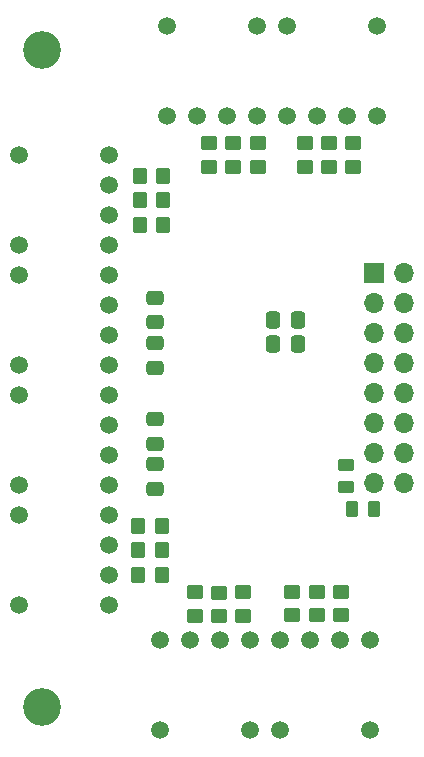
<source format=gbs>
G04 #@! TF.GenerationSoftware,KiCad,Pcbnew,(6.0.6)*
G04 #@! TF.CreationDate,2022-08-29T16:25:24+02:00*
G04 #@! TF.ProjectId,optic-transceiver-board-2t6r,6f707469-632d-4747-9261-6e7363656976,rev?*
G04 #@! TF.SameCoordinates,Original*
G04 #@! TF.FileFunction,Soldermask,Bot*
G04 #@! TF.FilePolarity,Negative*
%FSLAX46Y46*%
G04 Gerber Fmt 4.6, Leading zero omitted, Abs format (unit mm)*
G04 Created by KiCad (PCBNEW (6.0.6)) date 2022-08-29 16:25:24*
%MOMM*%
%LPD*%
G01*
G04 APERTURE LIST*
G04 Aperture macros list*
%AMRoundRect*
0 Rectangle with rounded corners*
0 $1 Rounding radius*
0 $2 $3 $4 $5 $6 $7 $8 $9 X,Y pos of 4 corners*
0 Add a 4 corners polygon primitive as box body*
4,1,4,$2,$3,$4,$5,$6,$7,$8,$9,$2,$3,0*
0 Add four circle primitives for the rounded corners*
1,1,$1+$1,$2,$3*
1,1,$1+$1,$4,$5*
1,1,$1+$1,$6,$7*
1,1,$1+$1,$8,$9*
0 Add four rect primitives between the rounded corners*
20,1,$1+$1,$2,$3,$4,$5,0*
20,1,$1+$1,$4,$5,$6,$7,0*
20,1,$1+$1,$6,$7,$8,$9,0*
20,1,$1+$1,$8,$9,$2,$3,0*%
G04 Aperture macros list end*
%ADD10C,3.200000*%
%ADD11C,1.515000*%
%ADD12R,1.700000X1.700000*%
%ADD13O,1.700000X1.700000*%
%ADD14RoundRect,0.250000X0.350000X0.450000X-0.350000X0.450000X-0.350000X-0.450000X0.350000X-0.450000X0*%
%ADD15RoundRect,0.250000X0.450000X-0.350000X0.450000X0.350000X-0.450000X0.350000X-0.450000X-0.350000X0*%
%ADD16RoundRect,0.250000X0.475000X-0.337500X0.475000X0.337500X-0.475000X0.337500X-0.475000X-0.337500X0*%
%ADD17RoundRect,0.250000X-0.450000X0.350000X-0.450000X-0.350000X0.450000X-0.350000X0.450000X0.350000X0*%
%ADD18RoundRect,0.250000X-0.337500X-0.475000X0.337500X-0.475000X0.337500X0.475000X-0.337500X0.475000X0*%
%ADD19RoundRect,0.250000X-0.262500X-0.450000X0.262500X-0.450000X0.262500X0.450000X-0.262500X0.450000X0*%
%ADD20RoundRect,0.250000X0.450000X-0.262500X0.450000X0.262500X-0.450000X0.262500X-0.450000X-0.262500X0*%
%ADD21RoundRect,0.250000X-0.350000X-0.450000X0.350000X-0.450000X0.350000X0.450000X-0.350000X0.450000X0*%
%ADD22RoundRect,0.250000X-0.475000X0.337500X-0.475000X-0.337500X0.475000X-0.337500X0.475000X0.337500X0*%
G04 APERTURE END LIST*
D10*
X86715600Y-47040800D03*
D11*
X107467400Y-52679600D03*
X110007400Y-52679600D03*
X112547400Y-52679600D03*
X115087400Y-52679600D03*
X115087400Y-45059600D03*
X107467400Y-45059600D03*
X92379800Y-94056200D03*
X92379800Y-91516200D03*
X92379800Y-88976200D03*
X92379800Y-86436200D03*
X84759800Y-86436200D03*
X84759800Y-94056200D03*
X114461800Y-97007800D03*
X111921800Y-97007800D03*
X109381800Y-97007800D03*
X106841800Y-97007800D03*
X106841800Y-104627800D03*
X114461800Y-104627800D03*
X92379800Y-83896200D03*
X92379800Y-81356200D03*
X92379800Y-78816200D03*
X92379800Y-76276200D03*
X84759800Y-76276200D03*
X84759800Y-83896200D03*
D12*
X114808000Y-65957800D03*
D13*
X117348000Y-65957800D03*
X114808000Y-68497800D03*
X117348000Y-68497800D03*
X114808000Y-71037800D03*
X117348000Y-71037800D03*
X114808000Y-73577800D03*
X117348000Y-73577800D03*
X114808000Y-76117800D03*
X117348000Y-76117800D03*
X114808000Y-78657800D03*
X117348000Y-78657800D03*
X114808000Y-81197800D03*
X117348000Y-81197800D03*
X114808000Y-83737800D03*
X117348000Y-83737800D03*
D10*
X86715600Y-102666800D03*
D11*
X92379800Y-63576200D03*
X92379800Y-61036200D03*
X92379800Y-58496200D03*
X92379800Y-55956200D03*
X84759800Y-55956200D03*
X84759800Y-63576200D03*
X104301600Y-97007800D03*
X101761600Y-97007800D03*
X99221600Y-97007800D03*
X96681600Y-97007800D03*
X96681600Y-104627800D03*
X104301600Y-104627800D03*
X97307400Y-52679600D03*
X99847400Y-52679600D03*
X102387400Y-52679600D03*
X104927400Y-52679600D03*
X104927400Y-45059600D03*
X97307400Y-45059600D03*
X92379800Y-73736200D03*
X92379800Y-71196200D03*
X92379800Y-68656200D03*
X92379800Y-66116200D03*
X84759800Y-66116200D03*
X84759800Y-73736200D03*
D14*
X96961200Y-61852900D03*
X94961200Y-61852900D03*
X96961200Y-57738100D03*
X94961200Y-57738100D03*
X96859600Y-91465400D03*
X94859600Y-91465400D03*
X96850200Y-87350600D03*
X94850200Y-87350600D03*
D15*
X100838000Y-56930800D03*
X100838000Y-54930800D03*
D16*
X96240600Y-84222500D03*
X96240600Y-82147500D03*
D17*
X99618800Y-92980000D03*
X99618800Y-94980000D03*
D18*
X106281400Y-69951600D03*
X108356400Y-69951600D03*
D19*
X112983000Y-85953600D03*
X114808000Y-85953600D03*
D20*
X112420400Y-84023200D03*
X112420400Y-82198200D03*
D18*
X106302900Y-71983600D03*
X108377900Y-71983600D03*
D21*
X94859600Y-89408000D03*
X96859600Y-89408000D03*
D15*
X113030000Y-56946800D03*
X113030000Y-54946800D03*
D17*
X107899200Y-92913200D03*
X107899200Y-94913200D03*
X103682800Y-92964000D03*
X103682800Y-94964000D03*
X102870000Y-54930800D03*
X102870000Y-56930800D03*
D15*
X101650800Y-94998800D03*
X101650800Y-92998800D03*
D17*
X110998000Y-54930800D03*
X110998000Y-56930800D03*
D22*
X96266000Y-71860500D03*
X96266000Y-73935500D03*
D15*
X108966000Y-56930800D03*
X108966000Y-54930800D03*
X104952800Y-56930800D03*
X104952800Y-54930800D03*
D16*
X96240600Y-80387100D03*
X96240600Y-78312100D03*
D15*
X109982000Y-94929200D03*
X109982000Y-92929200D03*
D17*
X112014000Y-92929200D03*
X112014000Y-94929200D03*
D21*
X94961200Y-59770100D03*
X96961200Y-59770100D03*
D16*
X96266000Y-70100100D03*
X96266000Y-68025100D03*
M02*

</source>
